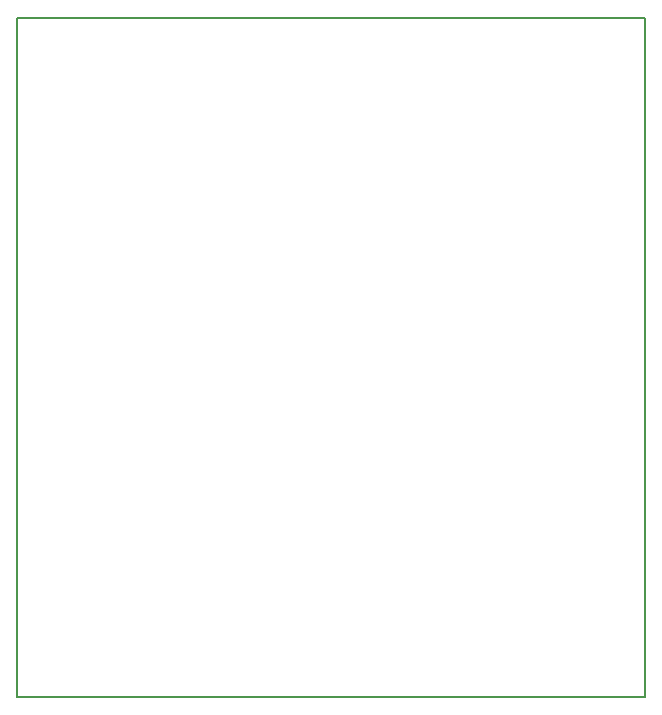
<source format=gm1>
G04 #@! TF.GenerationSoftware,KiCad,Pcbnew,7.0.6*
G04 #@! TF.CreationDate,2024-10-13T07:30:47+02:00*
G04 #@! TF.ProjectId,KeybJr,4b657962-4a72-42e6-9b69-6361645f7063,rev?*
G04 #@! TF.SameCoordinates,Original*
G04 #@! TF.FileFunction,Profile,NP*
%FSLAX46Y46*%
G04 Gerber Fmt 4.6, Leading zero omitted, Abs format (unit mm)*
G04 Created by KiCad (PCBNEW 7.0.6) date 2024-10-13 07:30:47*
%MOMM*%
%LPD*%
G01*
G04 APERTURE LIST*
G04 #@! TA.AperFunction,Profile*
%ADD10C,0.200000*%
G04 #@! TD*
G04 APERTURE END LIST*
D10*
X100085000Y-42960000D02*
X153250000Y-42960000D01*
X153250000Y-100400000D01*
X100085000Y-100400000D01*
X100085000Y-42960000D01*
M02*

</source>
